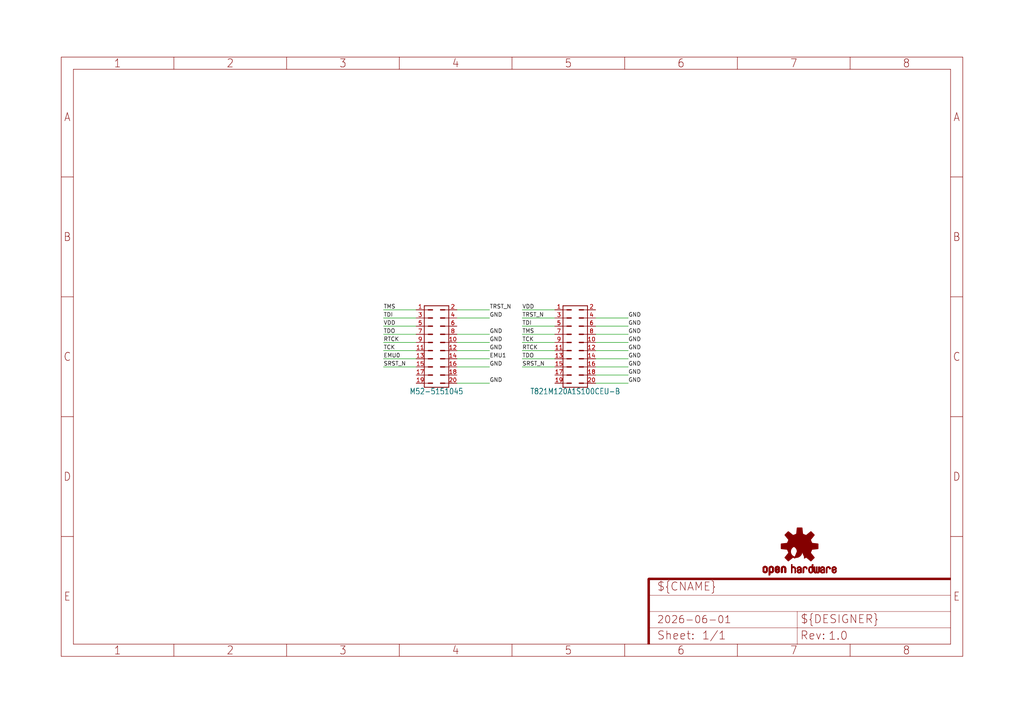
<source format=kicad_sch>
(kicad_sch (version 20230121) (generator eeschema)
  (paper "User" 318.77 224.942)
  (lib_symbols
    (symbol "BBB_JTAG_CTI20_SMT_ARM20_SMT-eagle-import:FRAME-A4L"
      (symbol "FRAME-A4L_1_0"
        (text "${#}/${##}" (at 195.58 1.27 0) (effects (font (size 2.54 2.54)) (justify left bottom)))
        (text "${CNAME}" (at 181.61 16.51 0) (effects (font (size 2.54 2.54)) (justify left bottom)))
        (text "${CREVISION}" (at 234.92 1.17 0) (effects (font (size 2.54 2.54)) (justify left bottom)))
        (text "${CURRENT_DATE}" (at 181.61 6.35 0) (effects (font (size 2.286 2.286)) (justify left bottom)))
        (text "${DESIGNER}" (at 226.26 6.35 0) (effects (font (size 2.54 2.54)) (justify left bottom)))
        (text "${PROJECTNAME}" (at 181.61 11.43 0) (effects (font (size 2.54 2.54)) (justify left bottom)))
        (text "1" (at 13.7319 -1.905 0) (effects (font (size 2.54 2.286))))
        (text "1" (at 13.7319 180.975 0) (effects (font (size 2.54 2.286))))
        (text "2" (at 48.8156 -1.905 0) (effects (font (size 2.54 2.286))))
        (text "2" (at 48.8156 180.975 0) (effects (font (size 2.54 2.286))))
        (text "3" (at 83.8994 -1.905 0) (effects (font (size 2.54 2.286))))
        (text "3" (at 83.8994 180.975 0) (effects (font (size 2.54 2.286))))
        (text "4" (at 118.9831 -1.905 0) (effects (font (size 2.54 2.286))))
        (text "4" (at 118.9831 180.975 0) (effects (font (size 2.54 2.286))))
        (text "5" (at 154.0669 -1.905 0) (effects (font (size 2.54 2.286))))
        (text "5" (at 154.0669 180.975 0) (effects (font (size 2.54 2.286))))
        (text "6" (at 189.1506 -1.905 0) (effects (font (size 2.54 2.286))))
        (text "6" (at 189.1506 180.975 0) (effects (font (size 2.54 2.286))))
        (text "7" (at 224.2344 -1.905 0) (effects (font (size 2.54 2.286))))
        (text "7" (at 224.2344 180.975 0) (effects (font (size 2.54 2.286))))
        (text "8" (at 259.3181 -1.905 0) (effects (font (size 2.54 2.286))))
        (text "8" (at 259.3181 180.975 0) (effects (font (size 2.54 2.286))))
        (text "A" (at -1.905 164.211 0) (effects (font (size 2.54 2.286))))
        (text "A" (at 274.955 164.211 0) (effects (font (size 2.54 2.286))))
        (text "B" (at -1.905 126.873 0) (effects (font (size 2.54 2.286))))
        (text "B" (at 274.955 126.873 0) (effects (font (size 2.54 2.286))))
        (text "C" (at -1.905 89.535 0) (effects (font (size 2.54 2.286))))
        (text "C" (at 274.955 89.535 0) (effects (font (size 2.54 2.286))))
        (text "D" (at -1.905 52.197 0) (effects (font (size 2.54 2.286))))
        (text "D" (at 274.955 52.197 0) (effects (font (size 2.54 2.286))))
        (text "E" (at -1.905 14.859 0) (effects (font (size 2.54 2.286))))
        (text "E" (at 274.955 14.859 0) (effects (font (size 2.54 2.286))))
        (text "Rev:" (at 226.16 1.27 0) (effects (font (size 2.54 2.54)) (justify left bottom)))
        (text "Sheet:" (at 181.61 1.27 0) (effects (font (size 2.54 2.54)) (justify left bottom)))
      )
    )
    (symbol "BBB_JTAG_CTI20_SMT_ARM20_SMT-eagle-import:M52-5151045"
      (symbol "M52-5151045_1_0"
        (pin bidirectional line (at 0 10.16 0) (length 2.54) (name "1") (number "1"))
        (pin bidirectional line (at 12.7 0 180) (length 2.54) (name "10") (number "10"))
        (pin bidirectional line (at 0 -2.54 0) (length 2.54) (name "11") (number "11"))
        (pin bidirectional line (at 12.7 -2.54 180) (length 2.54) (name "12") (number "12"))
        (pin bidirectional line (at 0 -5.08 0) (length 2.54) (name "13") (number "13"))
        (pin bidirectional line (at 12.7 -5.08 180) (length 2.54) (name "14") (number "14"))
        (pin bidirectional line (at 0 -7.62 0) (length 2.54) (name "15") (number "15"))
        (pin bidirectional line (at 12.7 -7.62 180) (length 2.54) (name "16") (number "16"))
        (pin bidirectional line (at 0 -10.16 0) (length 2.54) (name "17") (number "17"))
        (pin bidirectional line (at 12.7 -10.16 180) (length 2.54) (name "18") (number "18"))
        (pin bidirectional line (at 0 -12.7 0) (length 2.54) (name "19") (number "19"))
        (pin bidirectional line (at 12.7 10.16 180) (length 2.54) (name "2") (number "2"))
        (pin bidirectional line (at 12.7 -12.7 180) (length 2.54) (name "20") (number "20"))
        (pin bidirectional line (at 0 7.62 0) (length 2.54) (name "3") (number "3"))
        (pin bidirectional line (at 12.7 7.62 180) (length 2.54) (name "4") (number "4"))
        (pin bidirectional line (at 0 5.08 0) (length 2.54) (name "5") (number "5"))
        (pin bidirectional line (at 12.7 5.08 180) (length 2.54) (name "6") (number "6"))
        (pin bidirectional line (at 0 2.54 0) (length 2.54) (name "7") (number "7"))
        (pin bidirectional line (at 12.7 2.54 180) (length 2.54) (name "8") (number "8"))
        (pin bidirectional line (at 0 0 0) (length 2.54) (name "9") (number "9"))
      )
    )
    (symbol "BBB_JTAG_CTI20_SMT_ARM20_SMT-eagle-import:OSHW-LOGOS")
    (symbol "BBB_JTAG_CTI20_SMT_ARM20_SMT-eagle-import:T821M120A1S100CEU-B"
      (symbol "T821M120A1S100CEU-B_1_0"
        (pin bidirectional line (at 0 10.16 0) (length 2.54) (name "1") (number "1"))
        (pin bidirectional line (at 12.7 0 180) (length 2.54) (name "10") (number "10"))
        (pin bidirectional line (at 0 -2.54 0) (length 2.54) (name "11") (number "11"))
        (pin bidirectional line (at 12.7 -2.54 180) (length 2.54) (name "12") (number "12"))
        (pin bidirectional line (at 0 -5.08 0) (length 2.54) (name "13") (number "13"))
        (pin bidirectional line (at 12.7 -5.08 180) (length 2.54) (name "14") (number "14"))
        (pin bidirectional line (at 0 -7.62 0) (length 2.54) (name "15") (number "15"))
        (pin bidirectional line (at 12.7 -7.62 180) (length 2.54) (name "16") (number "16"))
        (pin bidirectional line (at 0 -10.16 0) (length 2.54) (name "17") (number "17"))
        (pin bidirectional line (at 12.7 -10.16 180) (length 2.54) (name "18") (number "18"))
        (pin bidirectional line (at 0 -12.7 0) (length 2.54) (name "19") (number "19"))
        (pin bidirectional line (at 12.7 10.16 180) (length 2.54) (name "2") (number "2"))
        (pin bidirectional line (at 12.7 -12.7 180) (length 2.54) (name "20") (number "20"))
        (pin bidirectional line (at 0 7.62 0) (length 2.54) (name "3") (number "3"))
        (pin bidirectional line (at 12.7 7.62 180) (length 2.54) (name "4") (number "4"))
        (pin bidirectional line (at 0 5.08 0) (length 2.54) (name "5") (number "5"))
        (pin bidirectional line (at 12.7 5.08 180) (length 2.54) (name "6") (number "6"))
        (pin bidirectional line (at 0 2.54 0) (length 2.54) (name "7") (number "7"))
        (pin bidirectional line (at 12.7 2.54 180) (length 2.54) (name "8") (number "8"))
        (pin bidirectional line (at 0 0 0) (length 2.54) (name "9") (number "9"))
      )
    )
  )
  (wire (pts (xy 129.54 99.06) (xy 119.38 99.06)) (stroke (width 0.1524)))
  (wire (pts (xy 172.72 96.52) (xy 162.56 96.52)) (stroke (width 0.1524)))
  (wire (pts (xy 185.42 104.14) (xy 195.58 104.14)) (stroke (width 0.1524)))
  (wire (pts (xy 172.72 104.14) (xy 162.56 104.14)) (stroke (width 0.1524)))
  (wire (pts (xy 142.24 114.3) (xy 152.4 114.3)) (stroke (width 0.1524)))
  (wire (pts (xy 172.72 101.6) (xy 162.56 101.6)) (stroke (width 0.1524)))
  (wire (pts (xy 129.54 101.6) (xy 119.38 101.6)) (stroke (width 0.1524)))
  (wire (pts (xy 129.54 106.68) (xy 119.38 106.68)) (stroke (width 0.1524)))
  (wire (pts (xy 142.24 99.06) (xy 152.4 99.06)) (stroke (width 0.1524)))
  (wire (pts (xy 172.72 109.22) (xy 162.56 109.22)) (stroke (width 0.1524)))
  (wire (pts (xy 142.24 109.22) (xy 152.4 109.22)) (stroke (width 0.1524)))
  (wire (pts (xy 172.72 111.76) (xy 162.56 111.76)) (stroke (width 0.1524)))
  (wire (pts (xy 142.24 96.52) (xy 152.4 96.52)) (stroke (width 0.1524)))
  (wire (pts (xy 129.54 114.3) (xy 119.38 114.3)) (stroke (width 0.1524)))
  (wire (pts (xy 185.42 119.38) (xy 195.58 119.38)) (stroke (width 0.1524)))
  (wire (pts (xy 142.24 106.68) (xy 152.4 106.68)) (stroke (width 0.1524)))
  (wire (pts (xy 185.42 114.3) (xy 195.58 114.3)) (stroke (width 0.1524)))
  (wire (pts (xy 185.42 111.76) (xy 195.58 111.76)) (stroke (width 0.1524)))
  (wire (pts (xy 185.42 116.84) (xy 195.58 116.84)) (stroke (width 0.1524)))
  (wire (pts (xy 129.54 104.14) (xy 119.38 104.14)) (stroke (width 0.1524)))
  (wire (pts (xy 129.54 96.52) (xy 119.38 96.52)) (stroke (width 0.1524)))
  (wire (pts (xy 142.24 119.38) (xy 152.4 119.38)) (stroke (width 0.1524)))
  (wire (pts (xy 185.42 99.06) (xy 195.58 99.06)) (stroke (width 0.1524)))
  (wire (pts (xy 172.72 99.06) (xy 162.56 99.06)) (stroke (width 0.1524)))
  (wire (pts (xy 142.24 111.76) (xy 152.4 111.76)) (stroke (width 0.1524)))
  (wire (pts (xy 185.42 101.6) (xy 195.58 101.6)) (stroke (width 0.1524)))
  (wire (pts (xy 129.54 111.76) (xy 119.38 111.76)) (stroke (width 0.1524)))
  (wire (pts (xy 185.42 109.22) (xy 195.58 109.22)) (stroke (width 0.1524)))
  (wire (pts (xy 172.72 106.68) (xy 162.56 106.68)) (stroke (width 0.1524)))
  (wire (pts (xy 185.42 106.68) (xy 195.58 106.68)) (stroke (width 0.1524)))
  (wire (pts (xy 142.24 104.14) (xy 152.4 104.14)) (stroke (width 0.1524)))
  (wire (pts (xy 129.54 109.22) (xy 119.38 109.22)) (stroke (width 0.1524)))
  (wire (pts (xy 172.72 114.3) (xy 162.56 114.3)) (stroke (width 0.1524)))
  (label "GND" (at 195.58 99.06 0) (effects (font (size 1.2446 1.2446))))
  (label "TMS" (at 162.56 104.14 0) (effects (font (size 1.2446 1.2446))))
  (label "TCK" (at 162.56 106.68 0) (effects (font (size 1.2446 1.2446))))
  (label "SRST_N" (at 119.38 114.3 0) (effects (font (size 1.2446 1.2446))))
  (label "GND" (at 152.4 104.14 0) (effects (font (size 1.2446 1.2446))))
  (label "TRST_N" (at 152.4 96.52 0) (effects (font (size 1.2446 1.2446))))
  (label "GND" (at 152.4 106.68 0) (effects (font (size 1.2446 1.2446))))
  (label "TMS" (at 119.38 96.52 0) (effects (font (size 1.2446 1.2446))))
  (label "GND" (at 152.4 99.06 0) (effects (font (size 1.2446 1.2446))))
  (label "GND" (at 195.58 101.6 0) (effects (font (size 1.2446 1.2446))))
  (label "VDD" (at 162.56 96.52 0) (effects (font (size 1.2446 1.2446))))
  (label "GND" (at 195.58 109.22 0) (effects (font (size 1.2446 1.2446))))
  (label "GND" (at 152.4 109.22 0) (effects (font (size 1.2446 1.2446))))
  (label "RTCK" (at 119.38 106.68 0) (effects (font (size 1.2446 1.2446))))
  (label "TCK" (at 119.38 109.22 0) (effects (font (size 1.2446 1.2446))))
  (label "GND" (at 195.58 106.68 0) (effects (font (size 1.2446 1.2446))))
  (label "GND" (at 195.58 104.14 0) (effects (font (size 1.2446 1.2446))))
  (label "SRST_N" (at 162.56 114.3 0) (effects (font (size 1.2446 1.2446))))
  (label "GND" (at 195.58 116.84 0) (effects (font (size 1.2446 1.2446))))
  (label "TDI" (at 119.38 99.06 0) (effects (font (size 1.2446 1.2446))))
  (label "GND" (at 195.58 114.3 0) (effects (font (size 1.2446 1.2446))))
  (label "GND" (at 152.4 119.38 0) (effects (font (size 1.2446 1.2446))))
  (label "GND" (at 195.58 111.76 0) (effects (font (size 1.2446 1.2446))))
  (label "TDO" (at 119.38 104.14 0) (effects (font (size 1.2446 1.2446))))
  (label "GND" (at 152.4 114.3 0) (effects (font (size 1.2446 1.2446))))
  (label "EMU0" (at 119.38 111.76 0) (effects (font (size 1.2446 1.2446))))
  (label "EMU1" (at 152.4 111.76 0) (effects (font (size 1.2446 1.2446))))
  (label "TRST_N" (at 162.56 99.06 0) (effects (font (size 1.2446 1.2446))))
  (label "GND" (at 195.58 119.38 0) (effects (font (size 1.2446 1.2446))))
  (label "RTCK" (at 162.56 109.22 0) (effects (font (size 1.2446 1.2446))))
  (label "TDI" (at 162.56 101.6 0) (effects (font (size 1.2446 1.2446))))
  (label "VDD" (at 119.38 101.6 0) (effects (font (size 1.2446 1.2446))))
  (label "TDO" (at 162.56 111.76 0) (effects (font (size 1.2446 1.2446))))
  (symbol (lib_id "BBB_JTAG_CTI20_SMT_ARM20_SMT-eagle-import:FRAME-A4L") (at 22.86 200.66 0) (unit 1)
    (property "Reference" "#FRAME1" (effects hide))
    (property "Value" "FRAME-A4L" (effects hide))
    (property "CREVISION" "1.0" (effects hide))
  )
  (symbol (lib_id "BBB_JTAG_CTI20_SMT_ARM20_SMT-eagle-import:T821M120A1S100CEU-B") (at 172.72 106.68 0) (unit 1)
    (property "Reference" "P2" (effects hide))
    (property "Value" "T821M120A1S100CEU-B" (at 179.07 121.92 0) (effects (font (size 1.778 1.5113))))
    (property "Footprint" "BBB_JTAG_CTI20_SMT_ARM20_SMT:T821M120A1S100CEU-B" (effects hide))
  )
  (symbol (lib_id "BBB_JTAG_CTI20_SMT_ARM20_SMT-eagle-import:OSHW-LOGOS") (at 248.92 170.18 0) (unit 1)
    (property "Reference" "LOGO1" (effects hide))
    (property "Value" "OSHW-LOGOS" (effects hide))
    (property "Footprint" "BBB_JTAG_CTI20_SMT_ARM20_SMT:OSHW-LOGO-S" (effects hide))
  )
  (symbol (lib_id "BBB_JTAG_CTI20_SMT_ARM20_SMT-eagle-import:M52-5151045") (at 129.54 106.68 0) (unit 1)
    (property "Reference" "P1" (effects hide))
    (property "Value" "M52-5151045" (at 135.89 121.92 0) (effects (font (size 1.778 1.5113))))
    (property "Footprint" "BBB_JTAG_CTI20_SMT_ARM20_SMT:M52-5151045" (effects hide))
  )
)
</source>
